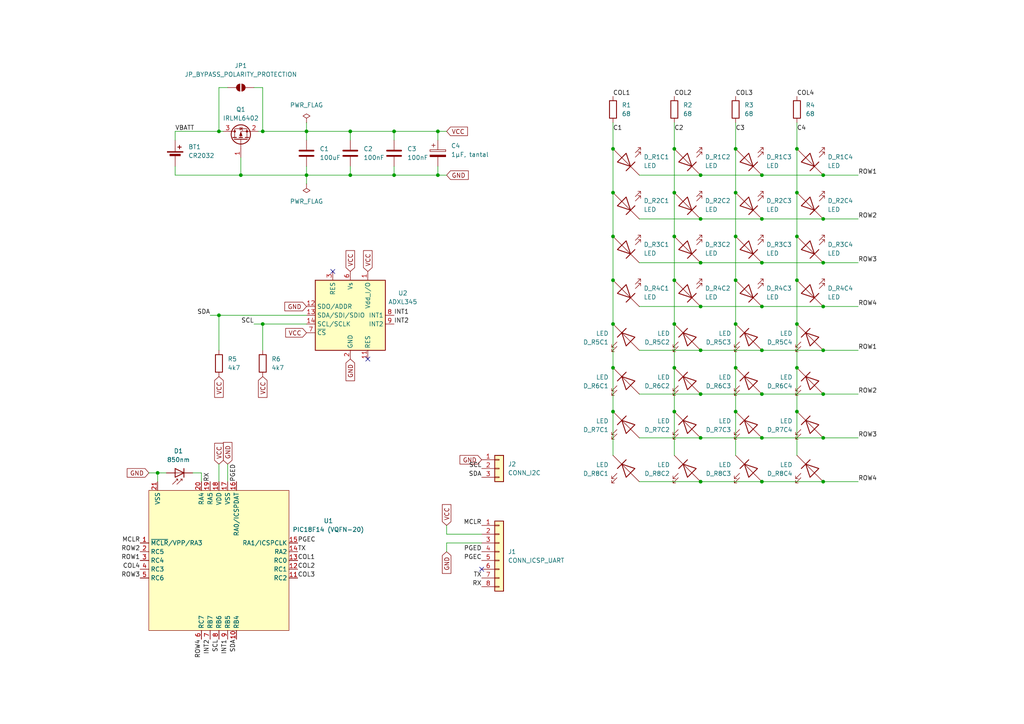
<source format=kicad_sch>
(kicad_sch (version 20250114) (generator "eeschema") (generator_version "9.0")
  (paper "A4")
  (lib_symbols
    (symbol "Battery_Cell_1" (pin_numbers (hide yes)) (pin_names (offset 0) (hide yes))
      (property "Reference" "BT" (at 2.54 2.54 0))
      (property "Value" "Battery_Cell" (at 2.54 0 0))
      (symbol "Battery_Cell_1_0_1"
        (rectangle (start -2.286 1.778) (end 2.286 1.524) (fill (type outline)))
        (rectangle (start -1.524 1.016) (end 1.524 0.508) (fill (type outline)))
        (polyline (pts (xy 0 1.778) (xy 0 2.54)))
        (polyline (pts (xy 0 0.762) (xy 0 0)))
        (polyline (pts (xy 0.762 3.048) (xy 1.778 3.048)) (stroke (width 0.254)))
        (polyline (pts (xy 1.27 3.556) (xy 1.27 2.54)) (stroke (width 0.254)))
      )
      (symbol "Battery_Cell_1_1_1"
        (pin passive line (at 0 5.08 270) (length 2.54) (name "+") (number "1"))
        (pin passive line (at 0 -2.54 90) (length 2.54) (name "-") (number "2"))
      )
    )
    (symbol "Connector_Generic:Conn_01x03" (pin_names (offset 1.016) (hide yes))
      (property "Reference" "J" (at 0 5.08 0))
      (property "Value" "Conn_01x03" (at 0 -5.08 0))
      (symbol "Conn_01x03_1_1"
        (rectangle (start -1.27 3.81) (end 1.27 -3.81) (stroke (width 0.254)) (fill (type background)))
        (rectangle (start -1.27 2.667) (end 0 2.413) (stroke (width 0.1524)))
        (rectangle (start -1.27 0.127) (end 0 -0.127) (stroke (width 0.1524)))
        (rectangle (start -1.27 -2.413) (end 0 -2.667) (stroke (width 0.1524)))
        (pin passive line (at -5.08 2.54 0) (length 3.81) (name "Pin_1") (number "1"))
        (pin passive line (at -5.08 0 0) (length 3.81) (name "Pin_2") (number "2"))
        (pin passive line (at -5.08 -2.54 0) (length 3.81) (name "Pin_3") (number "3"))
      )
    )
    (symbol "Connector_Generic:Conn_01x08" (pin_names (offset 1.016) (hide yes))
      (property "Reference" "J" (at 0 10.16 0))
      (property "Value" "Conn_01x08" (at 0 -12.7 0))
      (symbol "Conn_01x08_1_1"
        (rectangle (start -1.27 8.89) (end 1.27 -11.43) (stroke (width 0.254)) (fill (type background)))
        (rectangle (start -1.27 7.747) (end 0 7.493) (stroke (width 0.1524)))
        (rectangle (start -1.27 5.207) (end 0 4.953) (stroke (width 0.1524)))
        (rectangle (start -1.27 2.667) (end 0 2.413) (stroke (width 0.1524)))
        (rectangle (start -1.27 0.127) (end 0 -0.127) (stroke (width 0.1524)))
        (rectangle (start -1.27 -2.413) (end 0 -2.667) (stroke (width 0.1524)))
        (rectangle (start -1.27 -4.953) (end 0 -5.207) (stroke (width 0.1524)))
        (rectangle (start -1.27 -7.493) (end 0 -7.747) (stroke (width 0.1524)))
        (rectangle (start -1.27 -10.033) (end 0 -10.287) (stroke (width 0.1524)))
        (pin passive line (at -5.08 7.62 0) (length 3.81) (name "Pin_1") (number "1"))
        (pin passive line (at -5.08 5.08 0) (length 3.81) (name "Pin_2") (number "2"))
        (pin passive line (at -5.08 2.54 0) (length 3.81) (name "Pin_3") (number "3"))
        (pin passive line (at -5.08 0 0) (length 3.81) (name "Pin_4") (number "4"))
        (pin passive line (at -5.08 -2.54 0) (length 3.81) (name "Pin_5") (number "5"))
        (pin passive line (at -5.08 -5.08 0) (length 3.81) (name "Pin_6") (number "6"))
        (pin passive line (at -5.08 -7.62 0) (length 3.81) (name "Pin_7") (number "7"))
        (pin passive line (at -5.08 -10.16 0) (length 3.81) (name "Pin_8") (number "8"))
      )
    )
    (symbol "Device:C" (pin_numbers (hide yes)) (pin_names (offset 0.254))
      (property "Reference" "C" (at 0.635 2.54 0))
      (property "Value" "C" (at 0.635 -2.54 0))
      (symbol "C_0_1"
        (polyline (pts (xy -2.032 0.762) (xy 2.032 0.762)) (stroke (width 0.508)))
        (polyline (pts (xy -2.032 -0.762) (xy 2.032 -0.762)) (stroke (width 0.508)))
      )
      (symbol "C_1_1"
        (pin passive line (at 0 3.81 270) (length 2.794) (name "~") (number "1"))
        (pin passive line (at 0 -3.81 90) (length 2.794) (name "~") (number "2"))
      )
    )
    (symbol "Device:C_Polarized" (pin_numbers (hide yes)) (pin_names (offset 0.254))
      (property "Reference" "C" (at 0.635 2.54 0))
      (property "Value" "C_Polarized" (at 0.635 -2.54 0))
      (symbol "C_Polarized_0_1"
        (rectangle (start -2.286 0.508) (end 2.286 1.016))
        (polyline (pts (xy -1.778 2.286) (xy -0.762 2.286)))
        (polyline (pts (xy -1.27 2.794) (xy -1.27 1.778)))
        (rectangle (start 2.286 -0.508) (end -2.286 -1.016) (fill (type outline)))
      )
      (symbol "C_Polarized_1_1"
        (pin passive line (at 0 3.81 270) (length 2.794) (name "~") (number "1"))
        (pin passive line (at 0 -3.81 90) (length 2.794) (name "~") (number "2"))
      )
    )
    (symbol "Device:D_Photo" (pin_numbers (hide yes)) (pin_names (hide yes))
      (property "Reference" "D" (at 0.508 1.778 0))
      (property "Value" "D_Photo" (at -1.016 -2.794 0))
      (symbol "D_Photo_0_1"
        (polyline (pts (xy -2.54 1.27) (xy -2.54 -1.27)) (stroke (width 0.254)))
        (polyline (pts (xy -2.032 1.778) (xy -1.524 1.778)))
        (polyline (pts (xy -0.508 3.302) (xy -2.032 1.778) (xy -2.032 2.286)))
        (polyline (pts (xy 0 0) (xy -2.54 0)))
        (polyline (pts (xy 0 -1.27) (xy 0 1.27) (xy -2.54 0) (xy 0 -1.27)) (stroke (width 0.254)))
        (polyline (pts (xy 0.762 3.302) (xy -0.762 1.778) (xy -0.762 2.286) (xy -0.762 1.778) (xy -0.254 1.778)))
      )
      (symbol "D_Photo_1_1"
        (pin passive line (at -5.08 0 0) (length 2.54) (name "K") (number "1"))
        (pin passive line (at 2.54 0 180) (length 2.54) (name "A") (number "2"))
      )
    )
    (symbol "Device:R" (pin_numbers (hide yes)) (pin_names (offset 0))
      (property "Reference" "R" (at 2.032 0 90))
      (property "Value" "R" (at 0 0 90))
      (symbol "R_0_1"
        (rectangle (start -1.016 -2.54) (end 1.016 2.54) (stroke (width 0.254)))
      )
      (symbol "R_1_1"
        (pin passive line (at 0 3.81 270) (length 1.27) (name "~") (number "1"))
        (pin passive line (at 0 -3.81 90) (length 1.27) (name "~") (number "2"))
      )
    )
    (symbol "Jumper:SolderJumper_2_Open" (pin_numbers (hide yes)) (pin_names (offset 0) (hide yes)) (exclude_from_sim yes) (in_bom no)
      (property "Reference" "JP" (at 0 2.032 0))
      (property "Value" "SolderJumper_2_Open" (at 0 -2.54 0))
      (symbol "SolderJumper_2_Open_0_1"
        (polyline (pts (xy -0.254 1.016) (xy -0.254 -1.016)))
        (arc (start -0.254 -1.016) (mid -1.2656 0) (end -0.254 1.016))
        (arc (start -0.254 -1.016) (mid -1.2656 0) (end -0.254 1.016) (fill (type outline)))
        (arc (start 0.254 1.016) (mid 1.2656 0) (end 0.254 -1.016))
        (arc (start 0.254 1.016) (mid 1.2656 0) (end 0.254 -1.016) (fill (type outline)))
        (polyline (pts (xy 0.254 1.016) (xy 0.254 -1.016)))
      )
      (symbol "SolderJumper_2_Open_1_1"
        (pin passive line (at -3.81 0 0) (length 2.54) (name "A") (number "1"))
        (pin passive line (at 3.81 0 180) (length 2.54) (name "B") (number "2"))
      )
    )
    (symbol "Transistor_FET:IRLML6402" (pin_names (hide yes))
      (property "Reference" "Q" (at 5.08 1.905 0))
      (property "Value" "IRLML6402" (at 5.08 0 0))
      (symbol "IRLML6402_0_1"
        (polyline (pts (xy 0.254 1.905) (xy 0.254 -1.905)) (stroke (width 0.254)))
        (polyline (pts (xy 0.254 0) (xy -2.54 0)))
        (polyline (pts (xy 0.762 2.286) (xy 0.762 1.27)) (stroke (width 0.254)))
        (polyline (pts (xy 0.762 1.778) (xy 3.302 1.778) (xy 3.302 -1.778) (xy 0.762 -1.778)))
        (polyline (pts (xy 0.762 0.508) (xy 0.762 -0.508)) (stroke (width 0.254)))
        (polyline (pts (xy 0.762 -1.27) (xy 0.762 -2.286)) (stroke (width 0.254)))
        (circle (center 1.651 0) (radius 2.794) (stroke (width 0.254)))
        (polyline (pts (xy 2.286 0) (xy 1.27 0.381) (xy 1.27 -0.381) (xy 2.286 0)) (fill (type outline)))
        (polyline (pts (xy 2.54 2.54) (xy 2.54 1.778)))
        (circle (center 2.54 1.778) (radius 0.254) (fill (type outline)))
        (circle (center 2.54 -1.778) (radius 0.254) (fill (type outline)))
        (polyline (pts (xy 2.54 -2.54) (xy 2.54 0) (xy 0.762 0)))
        (polyline (pts (xy 2.794 -0.508) (xy 2.921 -0.381) (xy 3.683 -0.381) (xy 3.81 -0.254)))
        (polyline (pts (xy 3.302 -0.381) (xy 2.921 0.254) (xy 3.683 0.254) (xy 3.302 -0.381)))
      )
      (symbol "IRLML6402_1_1"
        (pin input line (at -5.08 0 0) (length 2.54) (name "G") (number "1"))
        (pin passive line (at 2.54 5.08 270) (length 2.54) (name "D") (number "3"))
        (pin passive line (at 2.54 -5.08 90) (length 2.54) (name "S") (number "2"))
      )
    )
    (symbol "WinterDeco:ADXL345"
      (property "Reference" "U" (at -8.89 11.43 0))
      (property "Value" "ADXL345" (at -7.62 -11.43 0))
      (symbol "ADXL345_0_1"
        (rectangle (start -10.16 10.16) (end 10.16 -10.16) (stroke (width 0.254)) (fill (type background)))
      )
      (symbol "ADXL345_1_1"
        (pin bidirectional line (at -12.7 2.54 0) (length 2.54) (name "SDO/ADDR") (number "12"))
        (pin bidirectional line (at -12.7 0 0) (length 2.54) (name "SDA/SDI/SDIO") (number "13"))
        (pin input line (at -12.7 -2.54 0) (length 2.54) (name "SCL/SCLK") (number "14"))
        (pin input line (at -12.7 -5.08 0) (length 2.54) (name "~{CS}") (number "7"))
        (pin passive line (at -5.08 12.7 270) (length 2.54) (name "RES") (number "3"))
        (pin no_connect line (at -5.08 -10.16 90) (length 2.54) (hide yes) (name "NC") (number "10"))
        (pin power_in line (at 0 12.7 270) (length 2.54) (name "Vs") (number "6"))
        (pin power_in line (at 0 -12.7 90) (length 2.54) (name "GND") (number "2"))
        (pin passive line (at 0 -12.7 90) (length 2.54) (hide yes) (name "GND") (number "4"))
        (pin passive line (at 0 -12.7 90) (length 2.54) (hide yes) (name "GND") (number "5"))
        (pin power_in line (at 5.08 12.7 270) (length 2.54) (name "Vdd_I/O") (number "1"))
        (pin passive line (at 5.08 -12.7 90) (length 2.54) (name "RES") (number "11"))
        (pin output line (at 12.7 0 180) (length 2.54) (name "INT1") (number "8"))
        (pin output line (at 12.7 -2.54 180) (length 2.54) (name "INT2") (number "9"))
      )
    )
    (symbol "WinterDeco:LED" (pin_numbers (hide yes)) (pin_names (offset 1.016) (hide yes))
      (property "Reference" "D" (at 0 3.556 0))
      (property "Value" "LED" (at -2.032 -2.286 0))
      (symbol "LED_0_1"
        (polyline (pts (xy -3.81 3.81) (xy 3.81 -3.81)))
        (polyline (pts (xy 2.54 0) (xy 0 -2.54)) (stroke (width 0.254)))
        (polyline (pts (xy 2.667 2.667) (xy 4.191 4.191) (xy 4.191 3.429) (xy 4.191 4.191) (xy 3.429 4.191)))
        (polyline (pts (xy 2.667 1.397) (xy 4.191 2.921) (xy 4.191 2.159) (xy 4.191 2.921) (xy 3.429 2.921)))
      )
      (symbol "LED_1_1"
        (polyline (pts (xy 1.27 -1.27) (xy 0 2.54) (xy -2.54 0) (xy 1.27 -1.27)) (stroke (width 0.254)))
        (pin passive line (at -3.81 3.81 0) (length 0) (name "A") (number "2"))
        (pin passive line (at 3.81 -3.81 0) (length 0) (name "K") (number "1"))
      )
    )
    (symbol "WinterDeco:PIC18F14 (VQFN-20)"
      (property "Reference" "U" (at 0 2.794 0))
      (property "Value" "PIC18F14 (VQFN-20)" (at 0.254 0 0))
      (symbol "PIC18F14 (VQFN-20)_0_1"
        (rectangle (start -20.32 20.32) (end 20.32 -20.32) (fill (type background)))
      )
      (symbol "PIC18F14 (VQFN-20)_1_1"
        (pin bidirectional line (at -22.86 5.08 0) (length 2.54) (name "~{MCLR}/VPP/RA3") (number "1"))
        (pin bidirectional line (at -22.86 2.54 0) (length 2.54) (name "RC5") (number "2"))
        (pin bidirectional line (at -22.86 0 0) (length 2.54) (name "RC4") (number "3"))
        (pin bidirectional line (at -22.86 -2.54 0) (length 2.54) (name "RC3") (number "4"))
        (pin bidirectional line (at -22.86 -5.08 0) (length 2.54) (name "RC6") (number "5"))
        (pin power_in line (at -17.78 22.86 270) (length 2.54) (name "VSS") (number "21"))
        (pin bidirectional line (at -5.08 22.86 270) (length 2.54) (name "RA4") (number "20"))
        (pin bidirectional line (at -5.08 -22.86 90) (length 2.54) (name "RC7") (number "6"))
        (pin bidirectional line (at -2.54 22.86 270) (length 2.54) (name "RA5") (number "19"))
        (pin bidirectional line (at -2.54 -22.86 90) (length 2.54) (name "RB7") (number "7"))
        (pin power_in line (at 0 22.86 270) (length 2.54) (name "VDD") (number "18"))
        (pin bidirectional line (at 0 -22.86 90) (length 2.54) (name "RB6") (number "8"))
        (pin power_in line (at 2.54 22.86 270) (length 2.54) (name "VSS") (number "17"))
        (pin bidirectional line (at 2.54 -22.86 90) (length 2.54) (name "RB5") (number "9"))
        (pin bidirectional line (at 5.08 22.86 270) (length 2.54) (name "RA0/ICSPDAT") (number "16"))
        (pin bidirectional line (at 5.08 -22.86 90) (length 2.54) (name "RB4") (number "10"))
        (pin bidirectional line (at 22.86 5.08 180) (length 2.54) (name "RA1/ICSPCLK") (number "15"))
        (pin bidirectional line (at 22.86 2.54 180) (length 2.54) (name "RA2") (number "14"))
        (pin bidirectional line (at 22.86 0 180) (length 2.54) (name "RC0") (number "13"))
        (pin bidirectional line (at 22.86 -2.54 180) (length 2.54) (name "RC1") (number "12"))
        (pin bidirectional line (at 22.86 -5.08 180) (length 2.54) (name "RC2") (number "11"))
      )
    )
    (symbol "power:PWR_FLAG" (power) (pin_numbers (hide yes)) (pin_names (offset 0) (hide yes))
      (property "Value" "PWR_FLAG" (at 0 3.81 0))
      (symbol "PWR_FLAG_0_0"
        (pin power_out line (at 0 0 90) (length 0) (name "~") (number "1"))
      )
      (symbol "PWR_FLAG_0_1"
        (polyline (pts (xy 0 0) (xy 0 1.27) (xy -1.016 1.905) (xy 0 2.54) (xy 1.016 1.905) (xy 0 1.27)))
      )
    )
  )
  (junction (at 177.8 68.58))
  (junction (at 238.76 127))
  (junction (at 203.2 139.7))
  (junction (at 213.36 43.18))
  (junction (at 69.85 50.8))
  (junction (at 231.14 106.68))
  (junction (at 231.14 55.88))
  (junction (at 220.98 139.7))
  (junction (at 213.36 106.68))
  (junction (at 203.2 76.2))
  (junction (at 238.76 88.9))
  (junction (at 238.76 76.2))
  (junction (at 114.3 50.8))
  (junction (at 195.58 93.98))
  (junction (at 238.76 139.7))
  (junction (at 213.36 68.58))
  (junction (at 231.14 68.58))
  (junction (at 203.2 101.6))
  (junction (at 231.14 93.98))
  (junction (at 203.2 127))
  (junction (at 177.8 93.98))
  (junction (at 88.9 38.1))
  (junction (at 177.8 119.38))
  (junction (at 127 38.1))
  (junction (at 101.6 38.1))
  (junction (at 220.98 101.6))
  (junction (at 203.2 63.5))
  (junction (at 177.8 81.28))
  (junction (at 195.58 43.18))
  (junction (at 101.6 50.8))
  (junction (at 114.3 38.1))
  (junction (at 195.58 81.28))
  (junction (at 76.2 93.98))
  (junction (at 45.72 137.16))
  (junction (at 177.8 106.68))
  (junction (at 203.2 88.9))
  (junction (at 127 50.8))
  (junction (at 177.8 43.18))
  (junction (at 238.76 101.6))
  (junction (at 213.36 55.88))
  (junction (at 220.98 127))
  (junction (at 220.98 114.3))
  (junction (at 63.5 38.1))
  (junction (at 195.58 55.88))
  (junction (at 63.5 91.44))
  (junction (at 195.58 106.68))
  (junction (at 213.36 119.38))
  (junction (at 203.2 50.8))
  (junction (at 76.2 38.1))
  (junction (at 88.9 50.8))
  (junction (at 213.36 81.28))
  (junction (at 220.98 50.8))
  (junction (at 213.36 93.98))
  (junction (at 238.76 63.5))
  (junction (at 220.98 88.9))
  (junction (at 220.98 76.2))
  (junction (at 220.98 63.5))
  (junction (at 231.14 43.18))
  (junction (at 231.14 81.28))
  (junction (at 238.76 114.3))
  (junction (at 238.76 50.8))
  (junction (at 231.14 119.38))
  (junction (at 195.58 68.58))
  (junction (at 195.58 119.38))
  (junction (at 203.2 114.3))
  (junction (at 177.8 55.88))
  (no_connect (at 106.68 104.14))
  (no_connect (at 96.52 78.74))
  (no_connect (at 139.7 165.1))
  (wire (pts (xy 177.8 106.68) (xy 177.8 119.38)))
  (wire (pts (xy 177.8 55.88) (xy 177.8 68.58)))
  (wire (pts (xy 129.54 152.4) (xy 129.54 154.94)))
  (wire (pts (xy 231.14 35.56) (xy 231.14 43.18)))
  (wire (pts (xy 220.98 76.2) (xy 238.76 76.2)))
  (wire (pts (xy 203.2 101.6) (xy 220.98 101.6)))
  (wire (pts (xy 114.3 48.26) (xy 114.3 50.8)))
  (wire (pts (xy 63.5 38.1) (xy 64.77 38.1)))
  (wire (pts (xy 185.42 76.2) (xy 203.2 76.2)))
  (wire (pts (xy 231.14 55.88) (xy 231.14 68.58)))
  (wire (pts (xy 195.58 106.68) (xy 195.58 119.38)))
  (wire (pts (xy 76.2 93.98) (xy 76.2 101.6)))
  (wire (pts (xy 220.98 101.6) (xy 238.76 101.6)))
  (wire (pts (xy 177.8 43.18) (xy 177.8 55.88)))
  (wire (pts (xy 101.6 38.1) (xy 114.3 38.1)))
  (wire (pts (xy 50.8 48.26) (xy 50.8 50.8)))
  (wire (pts (xy 238.76 50.8) (xy 248.92 50.8)))
  (wire (pts (xy 195.58 119.38) (xy 195.58 132.08)))
  (wire (pts (xy 114.3 38.1) (xy 127 38.1)))
  (wire (pts (xy 73.66 93.98) (xy 76.2 93.98)))
  (wire (pts (xy 213.36 35.56) (xy 213.36 43.18)))
  (wire (pts (xy 50.8 38.1) (xy 63.5 38.1)))
  (wire (pts (xy 58.42 137.16) (xy 58.42 139.7)))
  (wire (pts (xy 73.66 25.4) (xy 76.2 25.4)))
  (wire (pts (xy 129.54 160.02) (xy 129.54 157.48)))
  (wire (pts (xy 101.6 50.8) (xy 114.3 50.8)))
  (wire (pts (xy 231.14 119.38) (xy 231.14 132.08)))
  (wire (pts (xy 66.04 25.4) (xy 63.5 25.4)))
  (wire (pts (xy 213.36 119.38) (xy 213.36 132.08)))
  (wire (pts (xy 231.14 68.58) (xy 231.14 81.28)))
  (wire (pts (xy 88.9 38.1) (xy 88.9 40.64)))
  (wire (pts (xy 203.2 50.8) (xy 220.98 50.8)))
  (wire (pts (xy 220.98 114.3) (xy 238.76 114.3)))
  (wire (pts (xy 55.88 137.16) (xy 58.42 137.16)))
  (wire (pts (xy 220.98 88.9) (xy 238.76 88.9)))
  (wire (pts (xy 45.72 139.7) (xy 45.72 137.16)))
  (wire (pts (xy 195.58 35.56) (xy 195.58 43.18)))
  (wire (pts (xy 238.76 114.3) (xy 248.92 114.3)))
  (wire (pts (xy 231.14 106.68) (xy 231.14 119.38)))
  (wire (pts (xy 203.2 88.9) (xy 220.98 88.9)))
  (wire (pts (xy 185.42 88.9) (xy 203.2 88.9)))
  (wire (pts (xy 185.42 101.6) (xy 203.2 101.6)))
  (wire (pts (xy 238.76 63.5) (xy 248.92 63.5)))
  (wire (pts (xy 50.8 40.64) (xy 50.8 38.1)))
  (wire (pts (xy 195.58 43.18) (xy 195.58 55.88)))
  (wire (pts (xy 63.5 91.44) (xy 63.5 101.6)))
  (wire (pts (xy 231.14 43.18) (xy 231.14 55.88)))
  (wire (pts (xy 213.36 81.28) (xy 213.36 93.98)))
  (wire (pts (xy 63.5 25.4) (xy 63.5 38.1)))
  (wire (pts (xy 76.2 38.1) (xy 88.9 38.1)))
  (wire (pts (xy 63.5 134.62) (xy 63.5 139.7)))
  (wire (pts (xy 195.58 93.98) (xy 195.58 106.68)))
  (wire (pts (xy 185.42 139.7) (xy 203.2 139.7)))
  (wire (pts (xy 220.98 139.7) (xy 238.76 139.7)))
  (wire (pts (xy 238.76 139.7) (xy 248.92 139.7)))
  (wire (pts (xy 69.85 45.72) (xy 69.85 50.8)))
  (wire (pts (xy 203.2 63.5) (xy 220.98 63.5)))
  (wire (pts (xy 213.36 93.98) (xy 213.36 106.68)))
  (wire (pts (xy 195.58 81.28) (xy 195.58 93.98)))
  (wire (pts (xy 50.8 50.8) (xy 69.85 50.8)))
  (wire (pts (xy 238.76 101.6) (xy 248.92 101.6)))
  (wire (pts (xy 88.9 50.8) (xy 101.6 50.8)))
  (wire (pts (xy 69.85 50.8) (xy 88.9 50.8)))
  (wire (pts (xy 177.8 81.28) (xy 177.8 93.98)))
  (wire (pts (xy 213.36 55.88) (xy 213.36 68.58)))
  (wire (pts (xy 88.9 50.8) (xy 88.9 53.34)))
  (wire (pts (xy 74.93 38.1) (xy 76.2 38.1)))
  (wire (pts (xy 177.8 35.56) (xy 177.8 43.18)))
  (wire (pts (xy 127 50.8) (xy 129.54 50.8)))
  (wire (pts (xy 127 38.1) (xy 127 40.64)))
  (wire (pts (xy 238.76 127) (xy 248.92 127)))
  (wire (pts (xy 220.98 50.8) (xy 238.76 50.8)))
  (wire (pts (xy 114.3 50.8) (xy 127 50.8)))
  (wire (pts (xy 177.8 93.98) (xy 177.8 106.68)))
  (wire (pts (xy 76.2 25.4) (xy 76.2 38.1)))
  (wire (pts (xy 203.2 114.3) (xy 220.98 114.3)))
  (wire (pts (xy 88.9 38.1) (xy 101.6 38.1)))
  (wire (pts (xy 213.36 43.18) (xy 213.36 55.88)))
  (wire (pts (xy 101.6 48.26) (xy 101.6 50.8)))
  (wire (pts (xy 185.42 50.8) (xy 203.2 50.8)))
  (wire (pts (xy 129.54 154.94) (xy 139.7 154.94)))
  (wire (pts (xy 43.18 137.16) (xy 45.72 137.16)))
  (wire (pts (xy 231.14 81.28) (xy 231.14 93.98)))
  (wire (pts (xy 185.42 127) (xy 203.2 127)))
  (wire (pts (xy 127 48.26) (xy 127 50.8)))
  (wire (pts (xy 220.98 63.5) (xy 238.76 63.5)))
  (wire (pts (xy 185.42 63.5) (xy 203.2 63.5)))
  (wire (pts (xy 213.36 68.58) (xy 213.36 81.28)))
  (wire (pts (xy 88.9 91.44) (xy 63.5 91.44)))
  (wire (pts (xy 238.76 76.2) (xy 248.92 76.2)))
  (wire (pts (xy 76.2 93.98) (xy 88.9 93.98)))
  (wire (pts (xy 177.8 119.38) (xy 177.8 132.08)))
  (wire (pts (xy 88.9 35.56) (xy 88.9 38.1)))
  (wire (pts (xy 101.6 38.1) (xy 101.6 40.64)))
  (wire (pts (xy 114.3 38.1) (xy 114.3 40.64)))
  (wire (pts (xy 60.96 91.44) (xy 63.5 91.44)))
  (wire (pts (xy 195.58 68.58) (xy 195.58 81.28)))
  (wire (pts (xy 129.54 157.48) (xy 139.7 157.48)))
  (wire (pts (xy 203.2 76.2) (xy 220.98 76.2)))
  (wire (pts (xy 185.42 114.3) (xy 203.2 114.3)))
  (wire (pts (xy 66.04 134.62) (xy 66.04 139.7)))
  (wire (pts (xy 231.14 93.98) (xy 231.14 106.68)))
  (wire (pts (xy 203.2 139.7) (xy 220.98 139.7)))
  (wire (pts (xy 195.58 55.88) (xy 195.58 68.58)))
  (wire (pts (xy 127 38.1) (xy 129.54 38.1)))
  (wire (pts (xy 177.8 68.58) (xy 177.8 81.28)))
  (wire (pts (xy 238.76 88.9) (xy 248.92 88.9)))
  (wire (pts (xy 203.2 127) (xy 220.98 127)))
  (wire (pts (xy 220.98 127) (xy 238.76 127)))
  (wire (pts (xy 213.36 106.68) (xy 213.36 119.38)))
  (wire (pts (xy 88.9 50.8) (xy 88.9 48.26)))
  (wire (pts (xy 45.72 137.16) (xy 48.26 137.16)))
  (label "ROW1" (at 248.92 50.8 0))
  (label "COL4" (at 40.64 165.1 180))
  (label "ROW2" (at 248.92 63.5 0))
  (label "PGEC" (at 139.7 162.56 180))
  (label "RX" (at 139.7 170.18 180))
  (label "SCL" (at 63.5 185.42 270))
  (label "ROW4" (at 248.92 88.9 0))
  (label "ROW1" (at 40.64 162.56 180))
  (label "INT2" (at 60.96 185.42 270))
  (label "C3" (at 213.36 38.1 0))
  (label "ROW2" (at 248.92 114.3 0))
  (label "VBATT" (at 50.8 38.1 0))
  (label "PGED" (at 139.7 160.02 180))
  (label "SCL" (at 139.7 135.89 180))
  (label "ROW1" (at 248.92 101.6 0))
  (label "INT1" (at 114.3 91.44 0))
  (label "C2" (at 195.58 38.1 0))
  (label "SCL" (at 73.66 93.98 180))
  (label "SDA" (at 68.58 185.42 270))
  (label "ROW2" (at 40.64 160.02 180))
  (label "C4" (at 231.14 38.1 0))
  (label "COL4" (at 231.14 27.94 0))
  (label "PGED" (at 68.58 139.7 90))
  (label "SDA" (at 139.7 138.43 180))
  (label "COL3" (at 86.36 167.64 0))
  (label "INT2" (at 114.3 93.98 0))
  (label "MCLR" (at 40.64 157.48 180))
  (label "ROW4" (at 248.92 139.7 0))
  (label "SDA" (at 60.96 91.44 180))
  (label "ROW3" (at 40.64 167.64 180))
  (label "ROW3" (at 248.92 76.2 0))
  (label "RX" (at 60.96 139.7 90))
  (label "TX" (at 86.36 160.02 0))
  (label "COL2" (at 86.36 165.1 0))
  (label "COL3" (at 213.36 27.94 0))
  (label "ROW3" (at 248.92 127 0))
  (label "ROW4" (at 58.42 185.42 270))
  (label "COL2" (at 195.58 27.94 0))
  (label "INT1" (at 66.04 185.42 270))
  (label "PGEC" (at 86.36 157.48 0))
  (label "COL1" (at 86.36 162.56 0))
  (label "COL1" (at 177.8 27.94 0))
  (label "MCLR" (at 139.7 152.4 180))
  (label "C1" (at 177.8 38.1 0))
  (label "TX" (at 139.7 167.64 180))
  (global_label "GND" (shape input) (at 66.04 134.62 90) (property "Intersheetrefs" "${INTERSHEET_REFS}" (effects (hide yes))))
  (global_label "GND" (shape input) (at 129.54 50.8 0) (property "Intersheetrefs" "${INTERSHEET_REFS}" (effects (hide yes))))
  (global_label "VCC" (shape input) (at 63.5 134.62 90) (property "Intersheetrefs" "${INTERSHEET_REFS}" (effects (hide yes))))
  (global_label "GND" (shape input) (at 129.54 160.02 270) (property "Intersheetrefs" "${INTERSHEET_REFS}" (effects (hide yes))))
  (global_label "VCC" (shape input) (at 129.54 38.1 0) (property "Intersheetrefs" "${INTERSHEET_REFS}" (effects (hide yes))))
  (global_label "GND" (shape input) (at 43.18 137.16 180) (property "Intersheetrefs" "${INTERSHEET_REFS}" (effects (hide yes))))
  (global_label "VCC" (shape input) (at 106.68 78.74 90) (property "Intersheetrefs" "${INTERSHEET_REFS}" (effects (hide yes))))
  (global_label "VCC" (shape input) (at 76.2 109.22 270) (property "Intersheetrefs" "${INTERSHEET_REFS}" (effects (hide yes))))
  (global_label "VCC" (shape input) (at 63.5 109.22 270) (property "Intersheetrefs" "${INTERSHEET_REFS}" (effects (hide yes))))
  (global_label "GND" (shape input) (at 139.7 133.35 180) (property "Intersheetrefs" "${INTERSHEET_REFS}" (effects (hide yes))))
  (global_label "VCC" (shape input) (at 129.54 152.4 90) (property "Intersheetrefs" "${INTERSHEET_REFS}" (effects (hide yes))))
  (global_label "GND" (shape input) (at 101.6 104.14 270) (property "Intersheetrefs" "${INTERSHEET_REFS}" (effects (hide yes))))
  (global_label "VCC" (shape input) (at 101.6 78.74 90) (property "Intersheetrefs" "${INTERSHEET_REFS}" (effects (hide yes))))
  (global_label "VCC" (shape input) (at 88.9 96.52 180) (property "Intersheetrefs" "${INTERSHEET_REFS}" (effects (hide yes))))
  (global_label "GND" (shape input) (at 88.9 88.9 180) (property "Intersheetrefs" "${INTERSHEET_REFS}" (effects (hide yes))))
  (symbol (lib_id "Device:R") (at 195.58 31.75 180) (unit 1)
    (property "Reference" "R2" (at 198.12 30.4799 0) (effects (justify right)))
    (property "Value" "68" (at 198.12 33.0199 0) (effects (justify right)))
    (property "Footprint" "Resistor_SMD:R_1206_3216Metric_Pad1.30x1.75mm_HandSolder" (effects (hide yes)))
  )
  (symbol (lib_id "WinterDeco:LED") (at 234.95 97.79 180) (unit 1)
    (property "Reference" "D_R5C4" (at 229.87 99.2506 0) (effects (justify left)))
    (property "Value" "LED" (at 229.87 96.7106 0) (effects (justify left)))
    (property "Footprint" "WinterDeco:LED_1206_3216Metric_Pad1.42x1.75mm_Arrow_HandSolder" (effects (hide yes)))
    (property "Description" "Light emitting diode" (effects (hide yes)))
    (property "Sim.Pins" "1=K 2=A" (effects (hide yes)))
  )
  (symbol (lib_id "WinterDeco:LED") (at 181.61 135.89 180) (unit 1)
    (property "Reference" "D_R8C1" (at 176.53 137.3506 0) (effects (justify left)))
    (property "Value" "LED" (at 176.53 134.8106 0) (effects (justify left)))
    (property "Footprint" "WinterDeco:LED_1206_3216Metric_Pad1.42x1.75mm_Arrow_HandSolder" (effects (hide yes)))
    (property "Description" "Light emitting diode" (effects (hide yes)))
    (property "Sim.Pins" "1=K 2=A" (effects (hide yes)))
  )
  (symbol (lib_id "WinterDeco:LED") (at 217.17 123.19 180) (unit 1)
    (property "Reference" "D_R7C3" (at 212.09 124.6506 0) (effects (justify left)))
    (property "Value" "LED" (at 212.09 122.1106 0) (effects (justify left)))
    (property "Footprint" "WinterDeco:LED_1206_3216Metric_Pad1.42x1.75mm_Arrow_HandSolder" (effects (hide yes)))
    (property "Description" "Light emitting diode" (effects (hide yes)))
    (property "Sim.Pins" "1=K 2=A" (effects (hide yes)))
  )
  (symbol (lib_name "Battery_Cell_1") (lib_id "Device:Battery_Cell") (at 50.8 45.72 0) (unit 1)
    (property "Reference" "BT1" (at 54.61 42.6084 0) (effects (justify left)))
    (property "Value" "CR2032" (at 54.61 45.1484 0) (effects (justify left)))
    (property "Footprint" "WinterDeco:BatteryHolder_Keystone_3002_1x2032" (effects (hide yes)))
    (property "Description" "Single-cell battery" (effects (hide yes)))
  )
  (symbol (lib_id "WinterDeco:LED") (at 217.17 97.79 180) (unit 1)
    (property "Reference" "D_R5C3" (at 212.09 99.2506 0) (effects (justify left)))
    (property "Value" "LED" (at 212.09 96.7106 0) (effects (justify left)))
    (property "Footprint" "WinterDeco:LED_1206_3216Metric_Pad1.42x1.75mm_Arrow_HandSolder" (effects (hide yes)))
    (property "Description" "Light emitting diode" (effects (hide yes)))
    (property "Sim.Pins" "1=K 2=A" (effects (hide yes)))
  )
  (symbol (lib_id "Jumper:SolderJumper_2_Open") (at 69.85 25.4 0) (unit 1) (in_bom no)
    (property "Reference" "JP1" (at 69.85 19.05 0))
    (property "Value" "JP_BYPASS_POLARITY_PROTECTION" (at 69.85 21.59 0))
    (property "Footprint" "Jumper:SolderJumper-2_P1.3mm_Open_RoundedPad1.0x1.5mm" (effects (hide yes)))
    (property "Description" "Solder Jumper, 2-pole, open" (effects (hide yes)))
  )
  (symbol (lib_id "WinterDeco:LED") (at 217.17 110.49 180) (unit 1)
    (property "Reference" "D_R6C3" (at 212.09 111.9506 0) (effects (justify left)))
    (property "Value" "LED" (at 212.09 109.4106 0) (effects (justify left)))
    (property "Footprint" "WinterDeco:LED_1206_3216Metric_Pad1.42x1.75mm_Arrow_HandSolder" (effects (hide yes)))
    (property "Description" "Light emitting diode" (effects (hide yes)))
    (property "Sim.Pins" "1=K 2=A" (effects (hide yes)))
  )
  (symbol (lib_id "WinterDeco:PIC18F14 (VQFN-20)") (at 63.5 162.56 0) (unit 1)
    (property "Reference" "U1" (at 95.25 151.0598 0))
    (property "Value" "PIC18F14 (VQFN-20)" (at 95.25 153.5998 0))
    (property "Footprint" "Package_DFN_QFN:VQFN-20-1EP_3x3mm_P0.4mm_EP1.7x1.7mm" (effects (hide yes)))
  )
  (symbol (lib_id "WinterDeco:LED") (at 199.39 123.19 180) (unit 1)
    (property "Reference" "D_R7C2" (at 194.31 124.6506 0) (effects (justify left)))
    (property "Value" "LED" (at 194.31 122.1106 0) (effects (justify left)))
    (property "Footprint" "WinterDeco:LED_1206_3216Metric_Pad1.42x1.75mm_Arrow_HandSolder" (effects (hide yes)))
    (property "Description" "Light emitting diode" (effects (hide yes)))
    (property "Sim.Pins" "1=K 2=A" (effects (hide yes)))
  )
  (symbol (lib_id "Device:D_Photo") (at 50.8 137.16 180) (unit 1)
    (property "Reference" "D1" (at 51.7525 130.81 0))
    (property "Value" "850nm" (at 51.7525 133.35 0))
    (property "Footprint" "WinterDeco:LED_D3.0mm" (effects (hide yes)))
    (property "Description" "Photodiode" (effects (hide yes)))
  )
  (symbol (lib_id "Device:R") (at 231.14 31.75 180) (unit 1)
    (property "Reference" "R4" (at 233.68 30.4799 0) (effects (justify right)))
    (property "Value" "68" (at 233.68 33.0199 0) (effects (justify right)))
    (property "Footprint" "Resistor_SMD:R_1206_3216Metric_Pad1.30x1.75mm_HandSolder" (effects (hide yes)))
  )
  (symbol (lib_id "Device:C") (at 101.6 44.45 0) (unit 1)
    (property "Reference" "C2" (at 105.41 43.1799 0) (effects (justify left)))
    (property "Value" "100nF" (at 105.41 45.7199 0) (effects (justify left)))
    (property "Footprint" "Capacitor_SMD:C_1206_3216Metric_Pad1.33x1.80mm_HandSolder" (effects (hide yes)))
  )
  (symbol (lib_id "WinterDeco:LED") (at 217.17 72.39 0) (unit 1)
    (property "Reference" "D_R3C3" (at 222.25 70.9294 0) (effects (justify left)))
    (property "Value" "LED" (at 222.25 73.4694 0) (effects (justify left)))
    (property "Footprint" "WinterDeco:LED_1206_3216Metric_Pad1.42x1.75mm_Arrow_HandSolder" (effects (hide yes)))
    (property "Description" "Light emitting diode" (effects (hide yes)))
    (property "Sim.Pins" "1=K 2=A" (effects (hide yes)))
  )
  (symbol (lib_id "WinterDeco:LED") (at 199.39 85.09 0) (unit 1)
    (property "Reference" "D_R4C2" (at 204.47 83.6294 0) (effects (justify left)))
    (property "Value" "LED" (at 204.47 86.1694 0) (effects (justify left)))
    (property "Footprint" "WinterDeco:LED_1206_3216Metric_Pad1.42x1.75mm_Arrow_HandSolder" (effects (hide yes)))
    (property "Description" "Light emitting diode" (effects (hide yes)))
    (property "Sim.Pins" "1=K 2=A" (effects (hide yes)))
  )
  (symbol (lib_id "Device:R") (at 177.8 31.75 180) (unit 1)
    (property "Reference" "R1" (at 180.34 30.4799 0) (effects (justify right)))
    (property "Value" "68" (at 180.34 33.0199 0) (effects (justify right)))
    (property "Footprint" "Resistor_SMD:R_1206_3216Metric_Pad1.30x1.75mm_HandSolder" (effects (hide yes)))
  )
  (symbol (lib_id "WinterDeco:ADXL345") (at 101.6 91.44 0) (unit 1)
    (property "Reference" "U2" (at 116.84 85.0198 0))
    (property "Value" "ADXL345" (at 116.84 87.5598 0))
    (property "Footprint" "Package_LGA:LGA-14_3x5mm_P0.8mm_LayoutBorder1x6y" (effects (hide yes)))
    (property "Datasheet" "https://www.analog.com/media/en/technical-documentation/data-sheets/adxl345.pdf" (effects (hide yes)))
    (property "Description" "3-Axis MEMS Accelerometer, 2/4/8/16g range, I2C/SPI, LGA-14" (effects (hide yes)))
  )
  (symbol (lib_id "WinterDeco:LED") (at 234.95 135.89 180) (unit 1)
    (property "Reference" "D_R8C4" (at 229.87 137.3506 0) (effects (justify left)))
    (property "Value" "LED" (at 229.87 134.8106 0) (effects (justify left)))
    (property "Footprint" "WinterDeco:LED_1206_3216Metric_Pad1.42x1.75mm_Arrow_HandSolder" (effects (hide yes)))
    (property "Description" "Light emitting diode" (effects (hide yes)))
    (property "Sim.Pins" "1=K 2=A" (effects (hide yes)))
  )
  (symbol (lib_id "Device:R") (at 63.5 105.41 180) (unit 1)
    (property "Reference" "R5" (at 66.04 104.1399 0) (effects (justify right)))
    (property "Value" "4k7" (at 66.04 106.6799 0) (effects (justify right)))
    (property "Footprint" "Resistor_SMD:R_1206_3216Metric_Pad1.30x1.75mm_HandSolder" (effects (hide yes)))
  )
  (symbol (lib_id "WinterDeco:LED") (at 234.95 59.69 0) (unit 1)
    (property "Reference" "D_R2C4" (at 240.03 58.2294 0) (effects (justify left)))
    (property "Value" "LED" (at 240.03 60.7694 0) (effects (justify left)))
    (property "Footprint" "WinterDeco:LED_1206_3216Metric_Pad1.42x1.75mm_Arrow_HandSolder" (effects (hide yes)))
    (property "Description" "Light emitting diode" (effects (hide yes)))
    (property "Sim.Pins" "1=K 2=A" (effects (hide yes)))
  )
  (symbol (lib_id "WinterDeco:LED") (at 199.39 110.49 180) (unit 1)
    (property "Reference" "D_R6C2" (at 194.31 111.9506 0) (effects (justify left)))
    (property "Value" "LED" (at 194.31 109.4106 0) (effects (justify left)))
    (property "Footprint" "WinterDeco:LED_1206_3216Metric_Pad1.42x1.75mm_Arrow_HandSolder" (effects (hide yes)))
    (property "Description" "Light emitting diode" (effects (hide yes)))
    (property "Sim.Pins" "1=K 2=A" (effects (hide yes)))
  )
  (symbol (lib_id "WinterDeco:LED") (at 181.61 123.19 180) (unit 1)
    (property "Reference" "D_R7C1" (at 176.53 124.6506 0) (effects (justify left)))
    (property "Value" "LED" (at 176.53 122.1106 0) (effects (justify left)))
    (property "Footprint" "WinterDeco:LED_1206_3216Metric_Pad1.42x1.75mm_Arrow_HandSolder" (effects (hide yes)))
    (property "Description" "Light emitting diode" (effects (hide yes)))
    (property "Sim.Pins" "1=K 2=A" (effects (hide yes)))
  )
  (symbol (lib_id "WinterDeco:LED") (at 234.95 123.19 180) (unit 1)
    (property "Reference" "D_R7C4" (at 229.87 124.6506 0) (effects (justify left)))
    (property "Value" "LED" (at 229.87 122.1106 0) (effects (justify left)))
    (property "Footprint" "WinterDeco:LED_1206_3216Metric_Pad1.42x1.75mm_Arrow_HandSolder" (effects (hide yes)))
    (property "Description" "Light emitting diode" (effects (hide yes)))
    (property "Sim.Pins" "1=K 2=A" (effects (hide yes)))
  )
  (symbol (lib_id "WinterDeco:LED") (at 199.39 46.99 0) (unit 1)
    (property "Reference" "D_R1C2" (at 204.47 45.5294 0) (effects (justify left)))
    (property "Value" "LED" (at 204.47 48.0694 0) (effects (justify left)))
    (property "Footprint" "WinterDeco:LED_1206_3216Metric_Pad1.42x1.75mm_Arrow_HandSolder" (effects (hide yes)))
    (property "Description" "Light emitting diode" (effects (hide yes)))
    (property "Sim.Pins" "1=K 2=A" (effects (hide yes)))
  )
  (symbol (lib_id "Device:C_Polarized") (at 127 44.45 0) (unit 1)
    (property "Reference" "C4" (at 130.81 42.2909 0) (effects (justify left)))
    (property "Value" "1µF, tantal" (at 130.81 44.8309 0) (effects (justify left)))
    (property "Footprint" "Capacitor_Tantalum_SMD:CP_EIA-3216-18_Kemet-A_HandSolder" (effects (hide yes)))
    (property "Description" "Polarized capacitor" (effects (hide yes)))
  )
  (symbol (lib_id "WinterDeco:LED") (at 199.39 97.79 180) (unit 1)
    (property "Reference" "D_R5C2" (at 194.31 99.2506 0) (effects (justify left)))
    (property "Value" "LED" (at 194.31 96.7106 0) (effects (justify left)))
    (property "Footprint" "WinterDeco:LED_1206_3216Metric_Pad1.42x1.75mm_Arrow_HandSolder" (effects (hide yes)))
    (property "Description" "Light emitting diode" (effects (hide yes)))
    (property "Sim.Pins" "1=K 2=A" (effects (hide yes)))
  )
  (symbol (lib_id "Device:R") (at 76.2 105.41 180) (unit 1)
    (property "Reference" "R6" (at 78.74 104.1399 0) (effects (justify right)))
    (property "Value" "4k7" (at 78.74 106.6799 0) (effects (justify right)))
    (property "Footprint" "Resistor_SMD:R_1206_3216Metric_Pad1.30x1.75mm_HandSolder" (effects (hide yes)))
  )
  (symbol (lib_id "WinterDeco:LED") (at 181.61 46.99 0) (unit 1)
    (property "Reference" "D_R1C1" (at 186.69 45.5294 0) (effects (justify left)))
    (property "Value" "LED" (at 186.69 48.0694 0) (effects (justify left)))
    (property "Footprint" "WinterDeco:LED_1206_3216Metric_Pad1.42x1.75mm_Arrow_HandSolder" (effects (hide yes)))
    (property "Description" "Light emitting diode" (effects (hide yes)))
    (property "Sim.Pins" "1=K 2=A" (effects (hide yes)))
  )
  (symbol (lib_id "Connector_Generic:Conn_01x03") (at 144.78 135.89 0) (unit 1)
    (property "Reference" "J2" (at 147.32 134.6199 0) (effects (justify left)))
    (property "Value" "CONN_I2C" (at 147.32 137.1599 0) (effects (justify left)))
    (property "Footprint" "Connector_JST:JST_SH_BM03B-SRSS-TB_1x03-1MP_P1.00mm_Vertical" (effects (hide yes)))
    (property "Description" "Generic connector, single row, 01x03, script generated (kicad-library-utils/schlib/autogen/connector/)" (effects (hide yes)))
  )
  (symbol (lib_id "WinterDeco:LED") (at 217.17 85.09 0) (unit 1)
    (property "Reference" "D_R4C3" (at 222.25 83.6294 0) (effects (justify left)))
    (property "Value" "LED" (at 222.25 86.1694 0) (effects (justify left)))
    (property "Footprint" "WinterDeco:LED_1206_3216Metric_Pad1.42x1.75mm_Arrow_HandSolder" (effects (hide yes)))
    (property "Description" "Light emitting diode" (effects (hide yes)))
    (property "Sim.Pins" "1=K 2=A" (effects (hide yes)))
  )
  (symbol (lib_id "WinterDeco:LED") (at 234.95 110.49 180) (unit 1)
    (property "Reference" "D_R6C4" (at 229.87 111.9506 0) (effects (justify left)))
    (property "Value" "LED" (at 229.87 109.4106 0) (effects (justify left)))
    (property "Footprint" "WinterDeco:LED_1206_3216Metric_Pad1.42x1.75mm_Arrow_HandSolder" (effects (hide yes)))
    (property "Description" "Light emitting diode" (effects (hide yes)))
    (property "Sim.Pins" "1=K 2=A" (effects (hide yes)))
  )
  (symbol (lib_id "WinterDeco:LED") (at 181.61 72.39 0) (unit 1)
    (property "Reference" "D_R3C1" (at 186.69 70.9294 0) (effects (justify left)))
    (property "Value" "LED" (at 186.69 73.4694 0) (effects (justify left)))
    (property "Footprint" "WinterDeco:LED_1206_3216Metric_Pad1.42x1.75mm_Arrow_HandSolder" (effects (hide yes)))
    (property "Description" "Light emitting diode" (effects (hide yes)))
    (property "Sim.Pins" "1=K 2=A" (effects (hide yes)))
  )
  (symbol (lib_id "WinterDeco:LED") (at 217.17 59.69 0) (unit 1)
    (property "Reference" "D_R2C3" (at 222.25 58.2294 0) (effects (justify left)))
    (property "Value" "LED" (at 222.25 60.7694 0) (effects (justify left)))
    (property "Footprint" "WinterDeco:LED_1206_3216Metric_Pad1.42x1.75mm_Arrow_HandSolder" (effects (hide yes)))
    (property "Description" "Light emitting diode" (effects (hide yes)))
    (property "Sim.Pins" "1=K 2=A" (effects (hide yes)))
  )
  (symbol (lib_id "WinterDeco:LED") (at 199.39 72.39 0) (unit 1)
    (property "Reference" "D_R3C2" (at 204.47 70.9294 0) (effects (justify left)))
    (property "Value" "LED" (at 204.47 73.4694 0) (effects (justify left)))
    (property "Footprint" "WinterDeco:LED_1206_3216Metric_Pad1.42x1.75mm_Arrow_HandSolder" (effects (hide yes)))
    (property "Description" "Light emitting diode" (effects (hide yes)))
    (property "Sim.Pins" "1=K 2=A" (effects (hide yes)))
  )
  (symbol (lib_id "Device:C") (at 88.9 44.45 0) (unit 1)
    (property "Reference" "C1" (at 92.71 43.1799 0) (effects (justify left)))
    (property "Value" "100uF" (at 92.71 45.7199 0) (effects (justify left)))
    (property "Footprint" "Capacitor_SMD:C_1206_3216Metric_Pad1.33x1.80mm_HandSolder" (effects (hide yes)))
  )
  (symbol (lib_id "power:PWR_FLAG") (at 88.9 53.34 180) (unit 1)
    (property "Reference" "#FLG02" (effects (hide yes)))
    (property "Value" "PWR_FLAG" (at 88.9 58.42 0))
    (property "Description" "Special symbol for telling ERC where power comes from" (effects (hide yes)))
  )
  (symbol (lib_id "Device:C") (at 114.3 44.45 0) (unit 1)
    (property "Reference" "C3" (at 118.11 43.1799 0) (effects (justify left)))
    (property "Value" "100nF" (at 118.11 45.7199 0) (effects (justify left)))
    (property "Footprint" "Capacitor_SMD:C_1206_3216Metric_Pad1.33x1.80mm_HandSolder" (effects (hide yes)))
  )
  (symbol (lib_id "WinterDeco:LED") (at 217.17 135.89 180) (unit 1)
    (property "Reference" "D_R8C3" (at 212.09 137.3506 0) (effects (justify left)))
    (property "Value" "LED" (at 212.09 134.8106 0) (effects (justify left)))
    (property "Footprint" "WinterDeco:LED_1206_3216Metric_Pad1.42x1.75mm_Arrow_HandSolder" (effects (hide yes)))
    (property "Description" "Light emitting diode" (effects (hide yes)))
    (property "Sim.Pins" "1=K 2=A" (effects (hide yes)))
  )
  (symbol (lib_id "power:PWR_FLAG") (at 88.9 35.56 0) (unit 1)
    (property "Reference" "#FLG01" (effects (hide yes)))
    (property "Value" "PWR_FLAG" (at 88.9 30.48 0))
    (property "Description" "Special symbol for telling ERC where power comes from" (effects (hide yes)))
  )
  (symbol (lib_id "WinterDeco:LED") (at 217.17 46.99 0) (unit 1)
    (property "Reference" "D_R1C3" (at 222.25 45.5294 0) (effects (justify left)))
    (property "Value" "LED" (at 222.25 48.0694 0) (effects (justify left)))
    (property "Footprint" "WinterDeco:LED_1206_3216Metric_Pad1.42x1.75mm_Arrow_HandSolder" (effects (hide yes)))
    (property "Description" "Light emitting diode" (effects (hide yes)))
    (property "Sim.Pins" "1=K 2=A" (effects (hide yes)))
  )
  (symbol (lib_id "Connector_Generic:Conn_01x08") (at 144.78 160.02 0) (unit 1)
    (property "Reference" "J1" (at 147.32 160.0199 0) (effects (justify left)))
    (property "Value" "CONN_ICSP_UART" (at 147.32 162.5599 0) (effects (justify left)))
    (property "Footprint" "Connector_PinHeader_2.54mm:PinHeader_1x08_P2.54mm_Vertical" (effects (hide yes)))
  )
  (symbol (lib_id "WinterDeco:LED") (at 234.95 46.99 0) (unit 1)
    (property "Reference" "D_R1C4" (at 240.03 45.5294 0) (effects (justify left)))
    (property "Value" "LED" (at 240.03 48.0694 0) (effects (justify left)))
    (property "Footprint" "WinterDeco:LED_1206_3216Metric_Pad1.42x1.75mm_Arrow_HandSolder" (effects (hide yes)))
    (property "Description" "Light emitting diode" (effects (hide yes)))
    (property "Sim.Pins" "1=K 2=A" (effects (hide yes)))
  )
  (symbol (lib_id "WinterDeco:LED") (at 181.61 110.49 180) (unit 1)
    (property "Reference" "D_R6C1" (at 176.53 111.9506 0) (effects (justify left)))
    (property "Value" "LED" (at 176.53 109.4106 0) (effects (justify left)))
    (property "Footprint" "WinterDeco:LED_1206_3216Metric_Pad1.42x1.75mm_Arrow_HandSolder" (effects (hide yes)))
    (property "Description" "Light emitting diode" (effects (hide yes)))
    (property "Sim.Pins" "1=K 2=A" (effects (hide yes)))
  )
  (symbol (lib_id "WinterDeco:LED") (at 181.61 97.79 180) (unit 1)
    (property "Reference" "D_R5C1" (at 176.53 99.2506 0) (effects (justify left)))
    (property "Value" "LED" (at 176.53 96.7106 0) (effects (justify left)))
    (property "Footprint" "WinterDeco:LED_1206_3216Metric_Pad1.42x1.75mm_Arrow_HandSolder" (effects (hide yes)))
    (property "Description" "Light emitting diode" (effects (hide yes)))
    (property "Sim.Pins" "1=K 2=A" (effects (hide yes)))
  )
  (symbol (lib_id "WinterDeco:LED") (at 234.95 85.09 0) (unit 1)
    (property "Reference" "D_R4C4" (at 240.03 83.6294 0) (effects (justify left)))
    (property "Value" "LED" (at 240.03 86.1694 0) (effects (justify left)))
    (property "Footprint" "WinterDeco:LED_1206_3216Metric_Pad1.42x1.75mm_Arrow_HandSolder" (effects (hide yes)))
    (property "Description" "Light emitting diode" (effects (hide yes)))
    (property "Sim.Pins" "1=K 2=A" (effects (hide yes)))
  )
  (symbol (lib_id "WinterDeco:LED") (at 181.61 85.09 0) (unit 1)
    (property "Reference" "D_R4C1" (at 186.69 83.6294 0) (effects (justify left)))
    (property "Value" "LED" (at 186.69 86.1694 0) (effects (justify left)))
    (property "Footprint" "WinterDeco:LED_1206_3216Metric_Pad1.42x1.75mm_Arrow_HandSolder" (effects (hide yes)))
    (property "Description" "Light emitting diode" (effects (hide yes)))
    (property "Sim.Pins" "1=K 2=A" (effects (hide yes)))
  )
  (symbol (lib_id "Device:R") (at 213.36 31.75 180) (unit 1)
    (property "Reference" "R3" (at 215.9 30.4799 0) (effects (justify right)))
    (property "Value" "68" (at 215.9 33.0199 0) (effects (justify right)))
    (property "Footprint" "Resistor_SMD:R_1206_3216Metric_Pad1.30x1.75mm_HandSolder" (effects (hide yes)))
  )
  (symbol (lib_id "WinterDeco:LED") (at 234.95 72.39 0) (unit 1)
    (property "Reference" "D_R3C4" (at 240.03 70.9294 0) (effects (justify left)))
    (property "Value" "LED" (at 240.03 73.4694 0) (effects (justify left)))
    (property "Footprint" "WinterDeco:LED_1206_3216Metric_Pad1.42x1.75mm_Arrow_HandSolder" (effects (hide yes)))
    (property "Description" "Light emitting diode" (effects (hide yes)))
    (property "Sim.Pins" "1=K 2=A" (effects (hide yes)))
  )
  (symbol (lib_id "WinterDeco:LED") (at 181.61 59.69 0) (unit 1)
    (property "Reference" "D_R2C1" (at 186.69 58.2294 0) (effects (justify left)))
    (property "Value" "LED" (at 186.69 60.7694 0) (effects (justify left)))
    (property "Footprint" "WinterDeco:LED_1206_3216Metric_Pad1.42x1.75mm_Arrow_HandSolder" (effects (hide yes)))
    (property "Description" "Light emitting diode" (effects (hide yes)))
    (property "Sim.Pins" "1=K 2=A" (effects (hide yes)))
  )
  (symbol (lib_id "WinterDeco:LED") (at 199.39 135.89 180) (unit 1)
    (property "Reference" "D_R8C2" (at 194.31 137.3506 0) (effects (justify left)))
    (property "Value" "LED" (at 194.31 134.8106 0) (effects (justify left)))
    (property "Footprint" "WinterDeco:LED_1206_3216Metric_Pad1.42x1.75mm_Arrow_HandSolder" (effects (hide yes)))
    (property "Description" "Light emitting diode" (effects (hide yes)))
    (property "Sim.Pins" "1=K 2=A" (effects (hide yes)))
  )
  (symbol (lib_id "Transistor_FET:IRLML6402") (at 69.85 40.64 90) (unit 1)
    (property "Reference" "Q1" (at 69.85 31.75 90))
    (property "Value" "IRLML6402" (at 69.85 34.29 90))
    (property "Footprint" "Package_TO_SOT_SMD:SOT-23" (effects (hide yes)))
    (property "Datasheet" "https://www.infineon.com/dgdl/irlml6402pbf.pdf?fileId=5546d462533600a401535668d5c2263c" (effects (hide yes)))
    (property "Description" "-3.7A Id, -20V Vds, 65mOhm Rds, P-Channel HEXFET Power MOSFET, SOT-23" (effects (hide yes)))
  )
  (symbol (lib_id "WinterDeco:LED") (at 199.39 59.69 0) (unit 1)
    (property "Reference" "D_R2C2" (at 204.47 58.2294 0) (effects (justify left)))
    (property "Value" "LED" (at 204.47 60.7694 0) (effects (justify left)))
    (property "Footprint" "WinterDeco:LED_1206_3216Metric_Pad1.42x1.75mm_Arrow_HandSolder" (effects (hide yes)))
    (property "Description" "Light emitting diode" (effects (hide yes)))
    (property "Sim.Pins" "1=K 2=A" (effects (hide yes)))
  )
)
</source>
